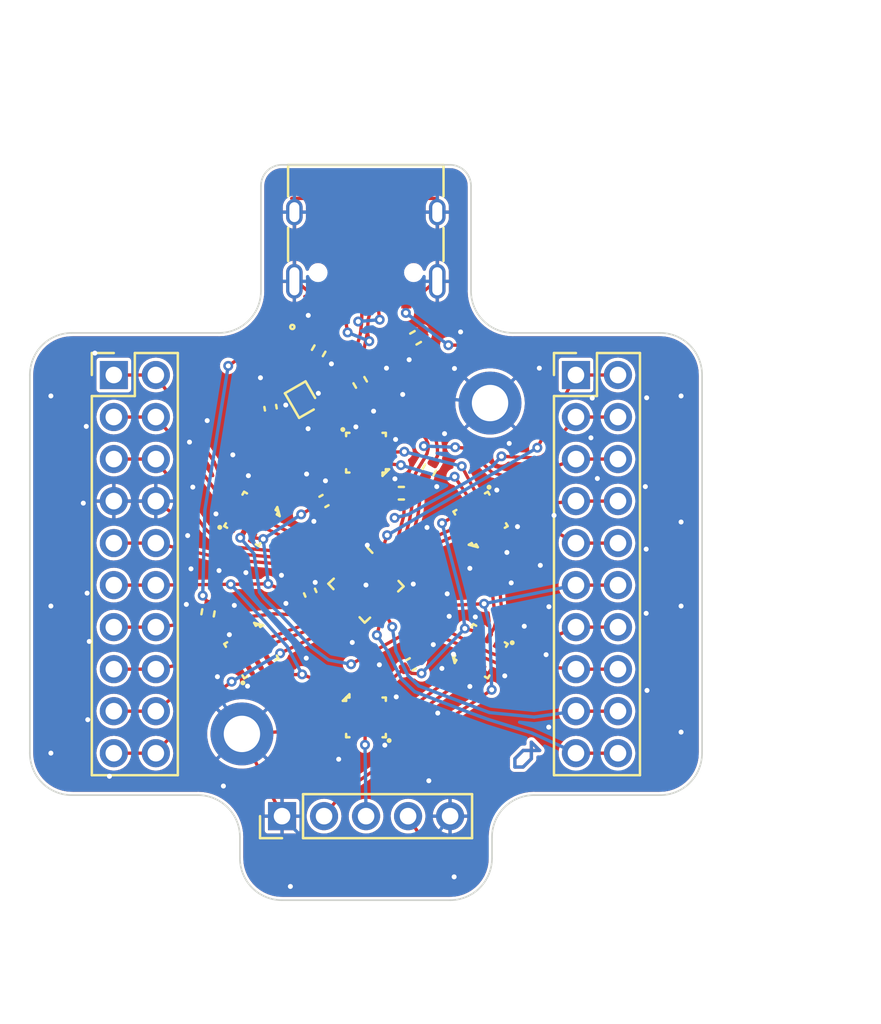
<source format=kicad_pcb>
(kicad_pcb (version 20211014) (generator pcbnew)
  (layers (0 "F.Cu" signal) (31 "B.Cu" signal) (34 "B.Paste" user) (35 "F.Paste" user) (36 "B.SilkS" user "B.Silkscreen") (37 "F.SilkS" user "F.Silkscreen") (38 "B.Mask" user) (39 "F.Mask" user) (44 "Edge.Cuts" user))
  (net 0 "")
  (net 1 "VCC")
  (net 2 "GND")
  (net 3 "PD7NRST")
  (net 4 "PA1")
  (net 5 "PA2")
  (net 6 "PD0")
  (net 7 "PC0")
  (net 8 "PC1")
  (net 9 "PC2")
  (net 10 "PC3")
  (net 11 "SWIO")
  (net 12 "PC4")
  (net 13 "PC5")
  (net 14 "PC6")
  (net 15 "PC7")
  (net 16 "PD2")
  (net 17 "PD6")
  (net 18 "Net-(D1-Pad4)")
  (net 19 "Net-(D1-Pad5)")
  (net 20 "Net-(D2-Pad4)")
  (net 21 "Net-(D2-Pad5)")
  (net 22 "Net-(D3-Pad4)")
  (net 23 "Net-(D3-Pad5)")
  (net 24 "Net-(D4-Pad4)")
  (net 25 "Net-(D4-Pad5)")
  (net 26 "Net-(D5-Pad4)")
  (net 27 "Net-(D5-Pad5)")
  (net 30 "D+")
  (net 31 "D-")
  (net 32 "DPU")
  (net 33 "Net-(J4-PadA7)")
  (net 34 "Net-(J4-PadA6)")
  (net 35 "Net-(J4-PadB5)")
  (net 36 "Net-(J4-PadA5)")
  (net 39 "+5V")
  (net 40 "Net-(D7-Pad2)")
  (footprint "WS2816-2121:WS2816-2121" (layer "F.Cu") (at 93.071804 96.000012 60)
    (fp_text reference "D1" hide)
    (fp_text value "WS2816C-2121" hide)
  )
  (footprint "Resistor_SMD:R_0402_1005Metric" (layer "F.Cu") (at 90.45 101.68 -100)
    (fp_text reference "R6")
    (fp_text value "1.5k" hide)
  )
  (footprint "Resistor_SMD:R_0402_1005Metric" (layer "F.Cu") (at 103.825 93.038327 -120)
    (fp_text reference "R2")
    (fp_text value "NP" hide)
  )
  (footprint "MountingHole:MountingHole_2.2mm_M2_DIN965_Pad" (layer "F.Cu") (at 92.5 109)
    (fp_text reference "J6" hide)
    (fp_text value "HOLE" hide)
  )
  (footprint "Capacitor_SMD:C_0402_1005Metric" (layer "F.Cu") (at 97.46 94.92 30)
    (fp_text reference "C3" hide)
    (fp_text value "1u")
  )
  (footprint "Resistor_SMD:R_0402_1005Metric" (layer "F.Cu") (at 99.65 87.75 -60)
    (fp_text reference "R1" hide)
    (fp_text value "NP")
  )
  (footprint "Resistor_SMD:R_0402_1005Metric" (layer "F.Cu") (at 102.14 94.45 180)
    (fp_text reference "R5")
    (fp_text value "NP" hide)
  )
  (footprint "Connector_PinHeader_2.54mm:PinHeader_2x10_P2.54mm_Vertical" (layer "F.Cu") (at 84.755 87.305)
    (fp_text reference "J1" hide)
    (fp_text value "~")
  )
  (footprint "WS2816-2121:WS2816-2121" (layer "F.Cu") (at 100.000003 108.000006 180)
    (fp_text reference "D5" hide)
    (fp_text value "WS2816C-2121" hide)
  )
  (footprint "Connector_PinHeader_2.54mm:PinHeader_1x05_P2.54mm_Vertical" (layer "F.Cu") (at 94.925 113.97 90)
    (fp_text reference "J2" hide)
    (fp_text value "PGM" hide)
  )
  (footprint "Capacitor_SMD:C_0402_1005Metric" (layer "F.Cu") (at 94.23 89.28 -80)
    (fp_text reference "C4")
    (fp_text value "1u" hide)
  )
  (footprint "Package_DFN_QFN:QFN-20-1EP_3x3mm_P0.4mm_EP1.65x1.65mm" (layer "F.Cu") (at 100 100 -47)
    (fp_text reference "U1")
    (fp_text value "CH32V003F4U6" hide)
  )
  (footprint "Capacitor_SMD:C_0402_1005Metric" (layer "F.Cu") (at 96.627551 100.461842 113)
    (fp_text reference "C1" hide)
    (fp_text value "1u" hide)
  )
  (footprint "MountingHole:MountingHole_2.2mm_M2_DIN965_Pad" (layer "F.Cu") (at 107.5 89)
    (fp_text reference "J5" hide)
    (fp_text value "HOLE" hide)
  )
  (footprint "WS2816-2121:WS2816-2121" (layer "F.Cu") (at 100.000007 92.000012)
    (fp_text reference "D2" hide)
    (fp_text value "WS2816C-2121" hide)
  )
  (footprint "WS2816-2121:WS2816-2121" (layer "F.Cu") (at 106.928203 96 -60)
    (fp_text reference "D3" hide)
    (fp_text value "WS2816C-2121" hide)
  )
  (footprint "Capacitor_SMD:C_0402_1005Metric" (layer "F.Cu") (at 102.734308 104.79 30)
    (fp_text reference "C2")
    (fp_text value "1u" hide)
  )
  (footprint "LED_SMD:LED_0402_1005Metric" (layer "F.Cu") (at 94.56 84.86 -155)
    (fp_text reference "D7")
    (fp_text value "LED")
  )
  (footprint "Package_DFN_QFN:OnSemi_XDFN4-1EP_1.0x1.0mm_EP0.52x0.52mm" (layer "F.Cu") (at 96.152243 88.793013 -150)
    (fp_text reference "U2")
    (fp_text value "3.3vReg" hide)
  )
  (footprint "Resistor_SMD:R_0402_1005Metric" (layer "F.Cu") (at 97.14 85.84 -120)
    (fp_text reference "R3")
    (fp_text value "5.1k" hide)
  )
  (footprint "Connector_USB:USB_C_Receptacle_HRO_TYPE-C-31-M-12" (layer "F.Cu") (at 99.99 78.51 180)
    (fp_text reference "J4" hide)
    (fp_text value "USB_C_Receptacle_USB2.0" hide)
  )
  (footprint "Resistor_SMD:R_0402_1005Metric" (layer "F.Cu") (at 102.998327 85.055 30)
    (fp_text reference "R4")
    (fp_text value "5.1k" hide)
  )
  (footprint "Connector_PinHeader_2.54mm:PinHeader_2x10_P2.54mm_Vertical" (layer "F.Cu") (at 112.695 87.305)
    (fp_text reference "J3" hide)
    (fp_text value "~")
  )
  (footprint "WS2816-2121:WS2816-2121" (layer "F.Cu") (at 106.928202 103.999997 -120)
    (fp_text reference "D4" hide)
    (fp_text value "WS2816C-2121" hide)
  )
  (footprint "WS2816-2121:WS2816-2121" (layer "F.Cu") (at 93.071797 104 120)
    (fp_text reference "D6" hide)
    (fp_text value "WS2816C-2121" hide)
  )
  (gr_line (start 109 111) (end 109 110.5) (layer "F.Cu") (width 0.2))
  (gr_line (start 110 109.5) (end 110 110.5) (layer "F.Cu") (width 0.2))
  (gr_line (start 110.5 110) (end 110 109.5) (layer "F.Cu") (width 0.2))
  (gr_line (start 109 110.5) (end 109.5 110) (layer "F.Cu") (width 0.2))
  (gr_line (start 109.5 110) (end 110.5 110) (layer "F.Cu") (width 0.2))
  (gr_line (start 109.5 111) (end 109 111) (layer "F.Cu") (width 0.2))
  (gr_line (start 109.5 111) (end 110 110.5) (layer "F.Cu") (width 0.2))
  (gr_line (start 110 110.5) (end 109.5 111) (layer "B.Cu") (width 0.2))
  (gr_line (start 109 110.5) (end 109.5 110) (layer "B.Cu") (width 0.2))
  (gr_line (start 110.5 110) (end 110 109.5) (layer "B.Cu") (width 0.2))
  (gr_line (start 109 111) (end 109 110.5) (layer "B.Cu") (width 0.2))
  (gr_line (start 110 109.5) (end 110 110.5) (layer "B.Cu") (width 0.2))
  (gr_line (start 109.5 110) (end 110.5 110) (layer "B.Cu") (width 0.2))
  (gr_line (start 109.5 111) (end 109 111) (layer "B.Cu") (width 0.2))
  (gr_arc (start 117.78 84.76) (mid 119.576051 85.503949) (end 120.32 87.3) (layer "Edge.Cuts") (width 0.1))
  (gr_line (start 91.11 84.76) (end 82.22 84.76) (layer "Edge.Cuts") (width 0.1))
  (gr_arc (start 79.68 87.3) (mid 80.423949 85.503949) (end 82.22 84.76) (layer "Edge.Cuts") (width 0.1))
  (gr_line (start 105.08 74.6) (end 94.92 74.6) (layer "Edge.Cuts") (width 0.1))
  (gr_arc (start 105.08 74.6) (mid 105.978026 74.971974) (end 106.35 75.87) (layer "Edge.Cuts") (width 0.1))
  (gr_arc (start 108.89 84.76) (mid 107.093948 84.016051) (end 106.35 82.219999) (layer "Edge.Cuts") (width 0.1))
  (gr_line (start 92.38 115.24) (end 92.38 116.51) (layer "Edge.Cuts") (width 0.1))
  (gr_line (start 120.32 87.3) (end 120.32 110.16) (layer "Edge.Cuts") (width 0.1))
  (gr_arc (start 107.62 116.51) (mid 106.876051 118.306051) (end 105.08 119.05) (layer "Edge.Cuts") (width 0.1))
  (gr_arc (start 82.22 112.7) (mid 80.423949 111.956051) (end 79.68 110.16) (layer "Edge.Cuts") (width 0.1))
  (gr_line (start 89.84 112.7) (end 82.22 112.7) (layer "Edge.Cuts") (width 0.1))
  (gr_line (start 79.68 110.16) (end 79.68 87.3) (layer "Edge.Cuts") (width 0.1))
  (gr_line (start 106.35 82.219999) (end 106.35 75.87) (layer "Edge.Cuts") (width 0.1))
  (gr_arc (start 93.65 75.87) (mid 94.021974 74.971974) (end 94.92 74.6) (layer "Edge.Cuts") (width 0.1))
  (gr_line (start 117.78 84.76) (end 108.89 84.76) (layer "Edge.Cuts") (width 0.1))
  (gr_line (start 107.62 115.24) (end 107.62 116.51) (layer "Edge.Cuts") (width 0.1))
  (gr_line (start 105.08 119.05) (end 94.92 119.05) (layer "Edge.Cuts") (width 0.1))
  (gr_arc (start 93.650001 82.22) (mid 92.906052 84.016052) (end 91.11 84.76) (layer "Edge.Cuts") (width 0.1))
  (gr_arc (start 120.32 110.16) (mid 119.576051 111.956051) (end 117.78 112.7) (layer "Edge.Cuts") (width 0.1))
  (gr_arc (start 94.92 119.05) (mid 93.123949 118.306051) (end 92.38 116.51) (layer "Edge.Cuts") (width 0.1))
  (gr_line (start 93.65 75.87) (end 93.650001 82.22) (layer "Edge.Cuts") (width 0.1))
  (gr_arc (start 107.62 115.24) (mid 108.363949 113.443949) (end 110.16 112.7) (layer "Edge.Cuts") (width 0.1))
  (gr_line (start 110.16 112.7) (end 117.78 112.7) (layer "Edge.Cuts") (width 0.1))
  (gr_arc (start 89.84 112.7) (mid 91.636051 113.443949) (end 92.38 115.24) (layer "Edge.Cuts") (width 0.1))
  (segment (start 100.09 90.28) (end 100.14 90.75) (width 0.2) (layer "F.Cu") (net 1))
  (segment (start 99.97 90.09) (end 100.09 90.28) (width 0.2) (layer "F.Cu") (net 1))
  (segment (start 99.15 106.59) (end 100.15 107.23) (width 0.2) (layer "F.Cu") (net 1))
  (segment (start 95.55 105.42) (end 96.14 105.4) (width 0.2) (layer "F.Cu") (net 1))
  (segment (start 100.08 91.01) (end 100.03 91.8) (width 0.2) (layer "F.Cu") (net 1))
  (segment (start 96.82 93.73) (end 97.044308 95.16) (width 0.2) (layer "F.Cu") (net 1))
  (segment (start 100.94 106.23) (end 101.47 105.77) (width 0.2) (layer "F.Cu") (net 1))
  (segment (start 103.359286 105.339286) (end 103.31 105.37) (width 0.2) (layer "F.Cu") (net 1))
  (segment (start 97.2 100.75) (end 97.39 100.74) (width 0.2) (layer "F.Cu") (net 1))
  (segment (start 94.63 105) (end 95.55 105.42) (width 0.2) (layer "F.Cu") (net 1))
  (segment (start 95.74 100.67) (end 96.815102 100.903684) (width 0.2) (layer "F.Cu") (net 1))
  (segment (start 93.1449 97.133406) (end 93.79 97.22) (width 0.2) (layer "F.Cu") (net 1))
  (segment (start 105.977238 102.627238) (end 106.855106 102.866603) (width 0.2) (layer "F.Cu") (net 1))
  (segment (start 97.63 92.98) (end 97.05 93.29) (width 0.2) (layer "F.Cu") (net 1))
  (segment (start 96.082527 95.732527) (end 97.044308 95.16) (width 0.2) (layer "F.Cu") (net 1))
  (segment (start 94.089893 104.503394) (end 94.31 104.71) (width 0.2) (layer "F.Cu") (net 1))
  (segment (start 104.6 96.26) (end 105.910107 95.496606) (width 0.2) (layer "F.Cu") (net 1))
  (segment (start 99.92 92.5) (end 99.71 92.64) (width 0.2) (layer "F.Cu") (net 1))
  (segment (start 96.815102 100.903684) (end 97.2 100.75) (width 0.2) (layer "F.Cu") (net 1))
  (segment (start 94.09 99.93) (end 95.74 100.67) (width 0.2) (layer "F.Cu") (net 1))
  (segment (start 100.57 107.34) (end 100.945003 107.370006) (width 0.2) (layer "F.Cu") (net 1))
  (segment (start 96.676201 89.050535) (end 99.3 89.73) (width 0.2) (layer "F.Cu") (net 1))
  (segment (start 97.69 100.83) (end 97.89 100.83) (width 0.2) (layer "F.Cu") (net 1))
  (segment (start 91.528296 99.958296) (end 94.09 99.93) (width 0.2) (layer "F.Cu") (net 1))
  (segment (start 96.14 105.4) (end 99.15 106.59) (width 0.2) (layer "F.Cu") (net 1))
  (segment (start 97.05 93.29) (end 96.82 93.73) (width 0.2) (layer "F.Cu") (net 1))
  (segment (start 91.825018 99.955018) (end 91.528296 99.958296) (width 0.2) (layer "F.Cu") (net 1))
  (segment (start 100.14 90.75) (end 100.08 91.01) (width 0.2) (layer "F.Cu") (net 1))
  (segment (start 101.47 105.77) (end 102.318616 105.03) (width 0.2) (layer "F.Cu") (net 1))
  (segment (start 99.94 109.66) (end 99.96 108.42) (width 0.2) (layer "F.Cu") (net 1))
  (segment (start 100.03 91.8) (end 99.92 92.5) (width 0.2) (layer "F.Cu") (net 1))
  (segment (start 87.3 100.005) (end 91.528296 99.958296) (width 0.2) (layer "F.Cu") (net 1))
  (segment (start 102.76 105.34) (end 102.318616 105.03) (width 0.2) (layer "F.Cu") (net 1))
  (segment (start 99.055007 92.630012) (end 97.63 92.98) (width 0.2) (layer "F.Cu") (net 1))
  (segment (start 100.387736 107.292264) (end 100.94 106.23) (width 0.2) (layer "F.Cu") (net 1))
  (segment (start 94.31 104.71) (end 94.63 105) (width 0.2) (layer "F.Cu") (net 1))
  (segment (start 99.71 92.64) (end 99.055007 92.630012) (width 0.2) (layer "F.Cu") (net 1))
  (segment (start 100.316415 107.273585) (end 100.387736 107.292264) (width 0.2) (layer "F.Cu") (net 1))
  (segment (start 100.15 107.23) (end 100.316415 107.273585) (width 0.2) (layer "F.Cu") (net 1))
  (segment (start 103.31 105.37) (end 102.76 105.34) (width 0.2) (layer "F.Cu") (net 1))
  (segment (start 97.54 100.82) (end 97.69 100.83) (width 0.2) (layer "F.Cu") (net 1))
  (segment (start 100.387736 107.292264) (end 100.57 107.34) (width 0.2) (layer "F.Cu") (net 1))
  (segment (start 84.755 100.005) (end 87.295 100.005) (width 0.2) (layer "F.Cu") (net 1))
  (segment (start 97.89 100.83) (end 98.393938 100.403815) (width 0.2) (layer "F.Cu") (net 1))
  (segment (start 99.3 89.73) (end 99.97 90.09) (width 0.2) (layer "F.Cu") (net 1))
  (segment (start 100.2 107.6) (end 100.316415 107.273585) (width 0.2) (layer "F.Cu") (net 1))
  (segment (start 97.39 100.74) (end 97.54 100.82) (width 0.2) (layer "F.Cu") (net 1))
  (segment (start 99.96 108.42) (end 100.2 107.6) (width 0.2) (layer "F.Cu") (net 1))
  (via (at 103.359286 105.339286) (size 0.6) (drill 0.3) (layers "F.Cu" "B.Cu") (net 1))
  (via (at 96.082527 95.732527) (size 0.6) (drill 0.3) (layers "F.Cu" "B.Cu") (net 1))
  (via (at 104.6 96.26) (size 0.6) (drill 0.3) (layers "F.Cu" "B.Cu") (net 1))
  (via (at 99.94 109.66) (size 0.6) (drill 0.3) (layers "F.Cu" "B.Cu") (net 1))
  (via (at 94.09 99.93) (size 0.6) (drill 0.3) (layers "F.Cu" "B.Cu") (net 1))
  (via (at 105.977238 102.627238) (size 0.6) (drill 0.3) (layers "F.Cu" "B.Cu") (net 1))
  (via (at 96.14 105.4) (size 0.6) (drill 0.3) (layers "F.Cu" "B.Cu") (net 1))
  (via (at 91.825018 99.955018) (size 0.6) (drill 0.3) (layers "F.Cu" "B.Cu") (net 1))
  (via (at 93.79 97.22) (size 0.6) (drill 0.3) (layers "F.Cu" "B.Cu") (net 1))
  (segment (start 93.79 97.22) (end 94.09 99.93) (width 0.2) (layer "B.Cu") (net 1))
  (segment (start 93.79 97.22) (end 96.082527 95.732527) (width 0.2) (layer "B.Cu") (net 1))
  (segment (start 93.84 102.15) (end 95.23 103.71) (width 0.2) (layer "B.Cu") (net 1))
  (segment (start 105.78 100.81) (end 104.6 96.26) (width 0.2) (layer "B.Cu") (net 1))
  (segment (start 91.825018 99.955018) (end 93.84 102.15) (width 0.2) (layer "B.Cu") (net 1))
  (segment (start 103.359286 105.339286) (end 105.977238 102.627238) (width 0.2) (layer "B.Cu") (net 1))
  (segment (start 100.005 113.97) (end 99.94 109.66) (width 0.2) (layer "B.Cu") (net 1))
  (segment (start 95.23 103.71) (end 96.14 105.4) (width 0.2) (layer "B.Cu") (net 1))
  (segment (start 105.977238 102.627238) (end 105.78 100.81) (width 0.2) (layer "B.Cu") (net 1))
  (segment (start 89.77 96.74) (end 87.3 94.925) (width 0.2) (layer "F.Cu") (net 2))
  (segment (start 103.25 83.69) (end 103.44 84.8) (width 0.2) (layer "F.Cu") (net 2))
  (segment (start 99.055003 108.630006) (end 92.5 109) (width 0.2) (layer "F.Cu") (net 2))
  (segment (start 92.22 98.11) (end 91.35 97.95) (width 0.2) (layer "F.Cu") (net 2))
  (segment (start 98.718561 99.212336) (end 99.11 99.61) (width 0.2) (layer "F.Cu") (net 2))
  (segment (start 103.15 104.55) (end 104.07 103.6) (width 0.2) (layer "F.Cu") (net 2))
  (segment (start 99.11 99.61) (end 100 100) (width 0.2) (layer "F.Cu") (net 2))
  (segment (start 97.55 93.7) (end 97.875692 94.68) (width 0.2) (layer "F.Cu") (net 2))
  (segment (start 107.001298 105.133391) (end 106.28 106.13) (width 0.2) (layer "F.Cu") (net 2))
  (segment (start 95.68 81.54) (end 96.75 82.455) (width 0.2) (layer "F.Cu") (net 2))
  (segment (start 98.718561 99.212336) (end 98.36 98.83) (width 0.2) (layer "F.Cu") (net 2))
  (segment (start 102.61 86.38) (end 103.4 86.07) (width 0.2) (layer "F.Cu") (net 2))
  (segment (start 92.89 93.39) (end 92.998708 94.866618) (width 0.2) (layer "F.Cu") (net 2))
  (segment (start 84.755 94.925) (end 87.295 94.925) (width 0.2) (layer "F.Cu") (net 2))
  (segment (start 96.5 90.55) (end 96.02 89.47) (width 0.2) (layer "F.Cu") (net 2))
  (segment (start 95.77 98.44) (end 92.22 98.11) (width 0.2) (layer "F.Cu") (net 2))
  (segment (start 98.13 98.68) (end 97.83 98.62) (width 0.2) (layer "F.Cu") (net 2))
  (segment (start 94.313351 89.752708) (end 96.113285 89.375535) (width 0.2) (layer "F.Cu") (net 2))
  (segment (start 90.66 97.57) (end 89.77 96.74) (width 0.2) (layer "F.Cu") (net 2))
  (segment (start 92.053701 103.496606) (end 91.74 103) (width 0.2) (layer "F.Cu") (net 2))
  (segment (start 90.93 95.7) (end 92.053708 96.503406) (width 0.2) (layer "F.Cu") (net 2))
  (segment (start 103.25 82.455) (end 103.25 83.69) (width 0.2) (layer "F.Cu") (net 2))
  (segment (start 91.35 97.95) (end 90.66 97.57) (width 0.2) (layer "F.Cu") (net 2))
  (segment (start 96.113285 89.375535) (end 96.152243 88.793013) (width 0.2) (layer "F.Cu") (net 2))
  (segment (start 104.15 76.63) (end 95.51 76.63) (width 0.2) (layer "F.Cu") (net 2))
  (segment (start 94.925 113.97) (end 92.5 109) (width 0.2) (layer "F.Cu") (net 2))
  (segment (start 97.83 98.62) (end 95.77 98.44) (width 0.2) (layer "F.Cu") (net 2))
  (segment (start 108.37 97.2) (end 108.52 98.03) (width 0.2) (layer "F.Cu") (net 2))
  (segment (start 105.29 104.18) (end 104.07 103.6) (width 0.2) (layer "F.Cu") (net 2))
  (segment (start 106.28 98.99) (end 102.86 99.94) (width 0.2) (layer "F.Cu") (net 2))
  (segment (start 95.68 77.36) (end 95.68 81.54) (width 0.2) (layer "F.Cu") (net 2))
  (segment (start 104.32 81.54) (end 104.32 77.36) (width 0.2) (layer "F.Cu") (net 2))
  (segment (start 103.4 86.07) (end 103.44 84.8) (width 0.2) (layer "F.Cu") (net 2))
  (segment (start 96.02 89.47) (end 96.113285 89.375535) (width 0.2) (layer "F.Cu") (net 2))
  (segment (start 100.945007 91.370012) (end 101.79 91.2) (width 0.2) (layer "F.Cu") (net 2))
  (segment (start 98.36 98.83) (end 98.13 98.68) (width 0.2) (layer "F.Cu") (net 2))
  (segment (start 107.946299 96.503394) (end 108.37 97.2) (width 0.2) (layer "F.Cu") (net 2))
  (segment (start 103.25 82.455) (end 104.32 81.54) (width 0.2) (layer "F.Cu") (net 2))
  (segment (start 96.44 100.02) (end 96.93 99.84) (width 0.2) (layer "F.Cu") (net 2))
  (via (at 95.16 101.11) (size 0.6) (drill 0.3) (layers "F.Cu" "B.Cu") (net 2))
  (via (at 100.08 97.59) (size 0.6) (drill 0.3) (layers "F.Cu" "B.Cu") (net 2))
  (via (at 89.33 91.36) (size 0.6) (drill 0.3) (layers "F.Cu" "B.Cu") (net 2))
  (via (at 106.28 98.99) (size 0.6) (drill 0.3) (layers "F.Cu" "B.Cu") (net 2))
  (via (at 104.75 90.85) (size 0.6) (drill 0.3) (layers "F.Cu" "B.Cu") (net 2))
  (via (at 105.33 117.64) (size 0.6) (drill 0.3) (layers "F.Cu" "B.Cu") (net 2))
  (via (at 110.54 98.81) (size 0.6) (drill 0.3) (layers "F.Cu" "B.Cu") (net 2))
  (via (at 116.94 97.83) (size 0.6) (drill 0.3) (layers "F.Cu" "B.Cu") (net 2))
  (via (at 101.14 109.68) (size 0.6) (drill 0.3) (layers "F.Cu" "B.Cu") (net 2))
  (via (at 99.39 90.44) (size 0.6) (drill 0.3) (layers "F.Cu" "B.Cu") (net 2))
  (via (at 93.62 87.47) (size 0.6) (drill 0.3) (layers "F.Cu" "B.Cu") (net 2))
  (via (at 101.75 93.58) (size 0.6) (drill 0.3) (layers "F.Cu" "B.Cu") (net 2))
  (via (at 80.95 88.57) (size 0.6) (drill 0.3) (layers "F.Cu" "B.Cu") (net 2))
  (via (at 116.97 88.68) (size 0.6) (drill 0.3) (layers "F.Cu" "B.Cu") (net 2))
  (via (at 96.51 83.7) (size 0.6) (drill 0.3) (layers "F.Cu" "B.Cu") (net 2))
  (via (at 119.05 101.27) (size 0.6) (drill 0.3) (layers "F.Cu" "B.Cu") (net 2))
  (via (at 101.24 86.89) (size 0.6) (drill 0.3) (layers "F.Cu" "B.Cu") (net 2))
  (via (at 101.83 106.76) (size 0.6) (drill 0.3) (layers "F.Cu" "B.Cu") (net 2))
  (via (at 95.15 89.12) (size 0.6) (drill 0.3) (layers "F.Cu" "B.Cu") (net 2))
  (via (at 116.94 101.71) (size 0.6) (drill 0.3) (layers "F.Cu" "B.Cu") (net 2))
  (via (at 90.93 95.7) (size 0.6) (drill 0.3) (layers "F.Cu" "B.Cu") (net 2))
  (via (at 111.05 108.59) (size 0.6) (drill 0.3) (layers "F.Cu" "B.Cu") (net 2))
  (via (at 89.14 101.17) (size 0.6) (drill 0.3) (layers "F.Cu" "B.Cu") (net 2))
  (via (at 111.37 95.79) (size 0.6) (drill 0.3) (layers "F.Cu" "B.Cu") (net 2))
  (via (at 119.05 96.19) (size 0.6) (drill 0.3) (layers "F.Cu" "B.Cu") (net 2))
  (via (at 90.4 90.06) (size 0.6) (drill 0.3) (layers "F.Cu" "B.Cu") (net 2))
  (via (at 83.27 103.41) (size 0.6) (drill 0.3) (layers "F.Cu" "B.Cu") (net 2))
  (via (at 119.05 88.57) (size 0.6) (drill 0.3) (layers "F.Cu" "B.Cu") (net 2))
  (via (at 113.68 88.7) (size 0.6) (drill 0.3) (layers "F.Cu" "B.Cu") (net 2))
  (via (at 91.018784 105.541216) (size 0.6) (drill 0.3) (layers "F.Cu" "B.Cu") (net 2))
  (via (at 116.89 94.05) (size 0.6) (drill 0.3) (layers "F.Cu" "B.Cu") (net 2))
  (via (at 92.04 101.23) (size 0.6) (drill 0.3) (layers "F.Cu" "B.Cu") (net 2))
  (via (at 89.42 99.02) (size 0.6) (drill 0.3) (layers "F.Cu" "B.Cu") (net 2))
  (via (at 104.91 100.53) (size 0.6) (drill 0.3) (layers "F.Cu" "B.Cu") (net 2))
  (via (at 109.16 96.47) (size 0.6) (drill 0.3) (layers "F.Cu" "B.Cu") (net 2))
  (via (at 91.115304 99.124696) (size 0.6) (drill 0.3) (layers "F.Cu" "B.Cu") (net 2))
  (via (at 116.99 106.37) (size 0.6) (drill 0.3) (layers "F.Cu" "B.Cu") (net 2))
  (via (at 83.09 90.41) (size 0.6) (drill 0.3) (layers "F.Cu" "B.Cu") (net 2))
  (via (at 102.86 99.94) (size 0.6) (drill 0.3) (layers "F.Cu" "B.Cu") (net 2))
  (via (at 119.05 108.89) (size 0.6) (drill 0.3) (layers "F.Cu" "B.Cu") (net 2))
  (via (at 96.85 96.15) (size 0.6) (drill 0.3) (layers "F.Cu" "B.Cu") (net 2))
  (via (at 101.79 91.2) (size 0.6) (drill 0.3) (layers "F.Cu" "B.Cu") (net 2))
  (via (at 82.91 95.05) (size 0.6) (drill 0.3) (layers "F.Cu" "B.Cu") (net 2))
  (via (at 113.99 93.56) (size 0.6) (drill 0.3) (layers "F.Cu" "B.Cu") (net 2))
  (via (at 96.41 93.29) (size 0.6) (drill 0.3) (layers "F.Cu" "B.Cu") (net 2))
  (via (at 96.39 104.42) (size 0.6) (drill 0.3) (layers "F.Cu" "B.Cu") (net 2))
  (via (at 89.53 94.08) (size 0.6) (drill 0.3) (layers "F.Cu" "B.Cu") (net 2))
  (via (at 98.35 110.53) (size 0.6) (drill 0.3) (layers "F.Cu" "B.Cu") (net 2))
  (via (at 111.06 101.31) (size 0.6) (drill 0.3) (layers "F.Cu" "B.Cu") (net 2))
  (via (at 104.07 103.6) (size 0.6) (drill 0.3) (layers "F.Cu" "B.Cu") (net 2))
  (via (at 89.22 97.01) (size 0.6) (drill 0.3) (layers "F.Cu" "B.Cu") (net 2))
  (via (at 103.69 96.52) (size 0.6) (drill 0.3) (layers "F.Cu" "B.Cu") (net 2))
  (via (at 105.03 101.89) (size 0.6) (drill 0.3) (layers "F.Cu" "B.Cu") (net 2))
  (via (at 80.95 110.16) (size 0.6) (drill 0.3) (layers "F.Cu" "B.Cu") (net 2))
  (via (at 105.35 86.91) (size 0.6) (drill 0.3) (layers "F.Cu" "B.Cu") (net 2))
  (via (at 104.34 107.74) (size 0.6) (drill 0.3) (layers "F.Cu" "B.Cu") (net 2))
  (via (at 103.8 111.83) (size 0.6) (drill 0.3) (layers "F.Cu" "B.Cu") (net 2))
  (via (at 110.48 86.89) (size 0.6) (drill 0.3) (layers "F.Cu" "B.Cu") (net 2))
  (via (at 83.18 108.14) (size 0.6) (drill 0.3) (layers "F.Cu" "B.Cu") (net 2))
  (via (at 113.6 91.1) (size 0.6) (drill 0.3) (layers "F.Cu" "B.Cu") (net 2))
  (via (at 102.61 86.38) (size 0.6) (drill 0.3) (layers "F.Cu" "B.Cu") (net 2))
  (via (at 83.61 85.98) (size 0.6) (drill 0.3) (layers "F.Cu" "B.Cu") (net 2))
  (via (at 105.29 104.18) (size 0.6) (drill 0.3) (layers "F.Cu" "B.Cu") (net 2))
  (via (at 104.28 94.05) (size 0.6) (drill 0.3) (layers "F.Cu" "B.Cu") (net 2))
  (via (at 96.5 90.55) (size 0.6) (drill 0.3) (layers "F.Cu" "B.Cu") (net 2))
  (via (at 95.43 118.22) (size 0.6) (drill 0.3) (layers "F.Cu" "B.Cu") (net 2))
  (via (at 110.89 104.21) (size 0.6) (drill 0.3) (layers "F.Cu" "B.Cu") (net 2))
  (via (at 108.52 98.03) (size 0.6) (drill 0.3) (layers "F.Cu" "B.Cu") (net 2))
  (via (at 108.78 99.87) (size 0.6) (drill 0.3) (layers "F.Cu" "B.Cu") (net 2))
  (via (at 91.95 92.13) (size 0.6) (drill 0.3) (layers "F.Cu" "B.Cu") (net 2))
  (via (at 106.28 106.13) (size 0.6) (drill 0.3) (layers "F.Cu" "B.Cu") (net 2))
  (via (at 108.66 91.44) (size 0.6) (drill 0.3) (layers "F.Cu" "B.Cu") (net 2))
  (via (at 102.22 88.48) (size 0.6) (drill 0.3) (layers "F.Cu" "B.Cu") (net 2))
  (via (at 92.84 106.11) (size 0.6) (drill 0.3) (layers "F.Cu" "B.Cu") (net 2))
  (via (at 100 100) (size 0.6) (drill 0.3) (layers "F.Cu" "B.Cu") (net 2))
  (via (at 94.89 99.41) (size 0.6) (drill 0.3) (layers "F.Cu" "B.Cu") (net 2))
  (via (at 107.91 94.26) (size 0.6) (drill 0.3) (layers "F.Cu" "B.Cu") (net 2))
  (via (at 83.14 100.49) (size 0.6) (drill 0.3) (layers "F.Cu" "B.Cu") (net 2))
  (via (at 84.49 111.56) (size 0.6) (drill 0.3) (layers "F.Cu" "B.Cu") (net 2))
  (via (at 109.57 102.49) (size 0.6) (drill 0.3) (layers "F.Cu" "B.Cu") (net 2))
  (via (at 97.55 93.7) (size 0.6) (drill 0.3) (layers "F.Cu" "B.Cu") (net 2))
  (via (at 99.17 103.47) (size 0.6) (drill 0.3) (layers "F.Cu" "B.Cu") (net 2))
  (via (at 108.39 105.49) (size 0.6) (drill 0.3) (layers "F.Cu" "B.Cu") (net 2))
  (via (at 100.46 89.49) (size 0.6) (drill 0.3) (layers "F.Cu" "B.Cu") (net 2))
  (via (at 91.38 112.15) (size 0.6) (drill 0.3) (layers "F.Cu" "B.Cu") (net 2))
  (via (at 97.91 86.63) (size 0.6) (drill 0.3) (layers "F.Cu" "B.Cu") (net 2))
  (via (at 92.89 93.39) (size 0.6) (drill 0.3) (layers "F.Cu" "B.Cu") (net 2))
  (via (at 96.93 99.84) (size 0.6) (drill 0.3) (layers "F.Cu" "B.Cu") (net 2))
  (via (at 106.61 101.93) (size 0.6) (drill 0.3) (layers "F.Cu" "B.Cu") (net 2))
  (via (at 91.74 103) (size 0.6) (drill 0.3) (layers "F.Cu" "B.Cu") (net 2))
  (via (at 105.72 84.7) (size 0.6) (drill 0.3) (layers "F.Cu" "B.Cu") (net 2))
  (via (at 92.74 99.25) (size 0.6) (drill 0.3) (layers "F.Cu" "B.Cu") (net 2))
  (via (at 80.95 101.27) (size 0.6) (drill 0.3) (layers "F.Cu" "B.Cu") (net 2))
  (via (at 97.12 88.41) (size 0.6) (drill 0.3) (layers "F.Cu" "B.Cu") (net 2))
  (via (at 100.81 104.82) (size 0.6) (drill 0.3) (layers "F.Cu" "B.Cu") (net 2))
  (via (at 104.59 105.04) (size 0.6) (drill 0.3) (layers "F.Cu" "B.Cu") (net 2))
  (segment (start 94.61 91.96) (end 97.19 91.01) (width 0.2) (layer "B.Cu") (net 2))
  (segment (start 108.52 98.03) (end 106.28 98.99) (width 0.2) (layer "B.Cu") (net 2))
  (segment (start 96.93 99.84) (end 100 100) (width 0.2) (layer "B.Cu") (net 2))
  (segment (start 91.27 106.98) (end 92.5 109) (width 0.2) (layer "B.Cu") (net 2))
  (segment (start 101.59 100.79) (end 100 100) (width 0.2) (layer "B.Cu") (net 2))
  (segment (start 102.86 99.94) (end 100 100) (width 0.2) (layer "B.Cu") (net 2))
  (segment (start 96.68 115.82) (end 94.925 113.97) (width 0.2) (layer "B.Cu") (net 2))
  (segment (start 103.25 101.16) (end 101.59 100.79) (width 0.2) (layer "B.Cu") (net 2))
  (segment (start 102.22 88.48) (end 102.61 86.38) (width 0.2) (layer "B.Cu") (net 2))
  (segment (start 100 100) (end 99.17 103.47) (width 0.2) (layer "B.Cu") (net 2))
  (segment (start 91.74 103) (end 90.83 104.46) (width 0.2) (layer "B.Cu") (net 2))
  (segment (start 105.085 113.97) (end 103.94 115.59) (width 0.2) (layer "B.Cu") (net 2))
  (segment (start 98.45 91.37) (end 98.86 92.61) (width 0.2) (layer "B.Cu") (net 2))
  (segment (start 104.07 103.6) (end 103.96 103.07) (width 0.2) (layer "B.Cu") (net 2))
  (segment (start 90.93 95.7) (end 92.89 93.39) (width 0.2) (layer "B.Cu") (net 2))
  (segment (start 91.115304 99.124696) (end 90.93 95.7) (width 0.2) (layer "B.Cu") (net 2))
  (segment (start 106.28 106.13) (end 105.29 104.18) (width 0.2) (layer "B.Cu") (net 2))
  (segment (start 101.79 91.2) (end 100.77 90.91) (width 0.2) (layer "B.Cu") (net 2))
  (segment (start 91.2 100.69) (end 91.115304 99.124696) (width 0.2) (layer "B.Cu") (net 2))
  (segment (start 100.5 90.29) (end 102.22 88.48) (width 0.2) (layer "B.Cu") (net 2))
  (segment (start 100.77 90.91) (end 100.5 90.29) (width 0.2) (layer "B.Cu") (net 2))
  (segment (start 103.96 103.07) (end 103.98 102.31) (width 0.2) (layer "B.Cu") (net 2))
  (segment (start 91.74 103) (end 91.2 100.69) (width 0.2) (layer "B.Cu") (net 2))
  (segment (start 103.94 115.59) (end 96.68 115.82) (width 0.2) (layer "B.Cu") (net 2))
  (segment (start 97.19 91.01) (end 98.45 91.37) (width 0.2) (layer "B.Cu") (net 2))
  (segment (start 107.5 89) (end 102.22 88.48) (width 0.2) (layer "B.Cu") (net 2))
  (segment (start 98.86 92.61) (end 97.55 93.7) (width 0.2) (layer "B.Cu") (net 2))
  (segment (start 90.83 104.46) (end 91.018784 105.541216) (width 0.2) (layer "B.Cu") (net 2))
  (segment (start 92.89 93.39) (end 94.61 91.96) (width 0.2) (layer "B.Cu") (net 2))
  (segment (start 101.79 91.2) (end 98.86 92.61) (width 0.2) (layer "B.Cu") (net 2))
  (segment (start 91.018784 105.541216) (end 91.27 106.98) (width 0.2) (layer "B.Cu") (net 2))
  (segment (start 103.98 102.31) (end 103.25 101.16) (width 0.2) (layer "B.Cu") (net 2))
  (segment (start 95.49 96.85) (end 93.83 96.08) (width 0.2) (layer "F.Cu") (net 3))
  (segment (start 91.68 94.6) (end 90.83 92.57) (width 0.2) (layer "F.Cu") (net 3))
  (segment (start 87.295 87.305) (end 84.755 87.305) (width 0.2) (layer "F.Cu") (net 3))
  (segment (start 90.83 92.57) (end 87.3 87.305) (width 0.2) (layer "F.Cu") (net 3))
  (segment (start 99.596185 98.393938) (end 98.97 97.8) (width 0.2) (layer "F.Cu") (net 3))
  (segment (start 93.83 96.08) (end 92.22 95.17) (width 0.2) (layer "F.Cu") (net 3))
  (segment (start 97.57 97.38) (end 95.49 96.85) (width 0.2) (layer "F.Cu") (net 3))
  (segment (start 98.32 97.49) (end 97.57 97.38) (width 0.2) (layer "F.Cu") (net 3))
  (segment (start 98.97 97.8) (end 98.32 97.49) (width 0.2) (layer "F.Cu") (net 3))
  (segment (start 92.22 95.17) (end 91.68 94.6) (width 0.2) (layer "F.Cu") (net 3))
  (segment (start 96.12 97.44) (end 97.57 97.8) (width 0.2) (layer "F.Cu") (net 4))
  (segment (start 98.02 97.86) (end 98.46 97.96) (width 0.2) (layer "F.Cu") (net 4))
  (segment (start 98.8 98.15) (end 99.303644 98.666738) (width 0.2) (layer "F.Cu") (net 4))
  (segment (start 84.755 89.845) (end 87.295 89.845) (width 0.2) (layer "F.Cu") (net 4))
  (segment (start 91.79 95.44) (end 92.36 95.81) (width 0.2) (layer "F.Cu") (net 4))
  (segment (start 93.04 96.16) (end 95.15 97.15) (width 0.2) (layer "F.Cu") (net 4))
  (segment (start 98.46 97.96) (end 98.8 98.15) (width 0.2) (layer "F.Cu") (net 4))
  (segment (start 92.36 95.81) (end 93.04 96.16) (width 0.2) (layer "F.Cu") (net 4))
  (segment (start 90.05 93.12) (end 91.34 94.89) (width 0.2) (layer "F.Cu") (net 4))
  (segment (start 87.3 89.845) (end 90.05 93.12) (width 0.2) (layer "F.Cu") (net 4))
  (segment (start 91.34 94.89) (end 91.79 95.44) (width 0.2) (layer "F.Cu") (net 4))
  (segment (start 95.15 97.15) (end 96.12 97.44) (width 0.2) (layer "F.Cu") (net 4))
  (segment (start 97.57 97.8) (end 98.02 97.86) (width 0.2) (layer "F.Cu") (net 4))
  (segment (start 98.63 98.5) (end 98.41 98.36) (width 0.2) (layer "F.Cu") (net 5))
  (segment (start 90.25 96.57) (end 87.3 92.385) (width 0.2) (layer "F.Cu") (net 5))
  (segment (start 87.295 92.385) (end 84.755 92.385) (width 0.2) (layer "F.Cu") (net 5))
  (segment (start 93.01 97.81) (end 92.05 97.69) (width 0.2) (layer "F.Cu") (net 5))
  (segment (start 98.02 98.25) (end 93.01 97.81) (width 0.2) (layer "F.Cu") (net 5))
  (segment (start 99.011102 98.939537) (end 98.63 98.5) (width 0.2) (layer "F.Cu") (net 5))
  (segment (start 92.05 97.69) (end 91.11 97.37) (width 0.2) (layer "F.Cu") (net 5))
  (segment (start 91.11 97.37) (end 90.25 96.57) (width 0.2) (layer "F.Cu") (net 5))
  (segment (start 98.41 98.36) (end 98.02 98.25) (width 0.2) (layer "F.Cu") (net 5))
  (segment (start 94.23 98.68) (end 96.41 98.87) (width 0.2) (layer "F.Cu") (net 6))
  (segment (start 87.3 97.465) (end 91.11 98.34) (width 0.2) (layer "F.Cu") (net 6))
  (segment (start 91.11 98.34) (end 92.21 98.5) (width 0.2) (layer "F.Cu") (net 6))
  (segment (start 97.96 99.06) (end 98.13 99.16) (width 0.2) (layer "F.Cu") (net 6))
  (segment (start 87.295 97.465) (end 84.755 97.465) (width 0.2) (layer "F.Cu") (net 6))
  (segment (start 98.13 99.16) (end 98.426019 99.485136) (width 0.2) (layer "F.Cu") (net 6))
  (segment (start 97.5 98.97) (end 97.96 99.06) (width 0.2) (layer "F.Cu") (net 6))
  (segment (start 92.21 98.5) (end 94.23 98.68) (width 0.2) (layer "F.Cu") (net 6))
  (segment (start 96.41 98.87) (end 97.5 98.97) (width 0.2) (layer "F.Cu") (net 6))
  (segment (start 98.666738 100.696356) (end 98.13 101.16) (width 0.2) (layer "F.Cu") (net 7))
  (segment (start 96.39 101.83) (end 94.44 101.74) (width 0.2) (layer "F.Cu") (net 7))
  (segment (start 97.56 101.52) (end 96.39 101.83) (width 0.2) (layer "F.Cu") (net 7))
  (segment (start 98.13 101.16) (end 97.56 101.52) (width 0.2) (layer "F.Cu") (net 7))
  (segment (start 94.44 101.74) (end 89.173744 102.333744) (width 0.2) (layer "F.Cu") (net 7))
  (segment (start 89.173744 102.333744) (end 87.3 102.545) (width 0.2) (layer "F.Cu") (net 7))
  (segment (start 87.295 102.545) (end 84.755 102.545) (width 0.2) (layer "F.Cu") (net 7))
  (segment (start 98.44 101.45) (end 98.939537 100.988898) (width 0.2) (layer "F.Cu") (net 8))
  (segment (start 93.42 103.48) (end 96.05 102.48) (width 0.2) (layer "F.Cu") (net 8))
  (segment (start 87.3 105.085) (end 91.53 104.3) (width 0.2) (layer "F.Cu") (net 8))
  (segment (start 96.05 102.48) (end 96.78 102.13) (width 0.2) (layer "F.Cu") (net 8))
  (segment (start 96.78 102.13) (end 97.85 101.81) (width 0.2) (layer "F.Cu") (net 8))
  (segment (start 91.53 104.3) (end 92.25 104.15) (width 0.2) (layer "F.Cu") (net 8))
  (segment (start 92.25 104.15) (end 93.42 103.48) (width 0.2) (layer "F.Cu") (net 8))
  (segment (start 84.755 105.085) (end 87.295 105.085) (width 0.2) (layer "F.Cu") (net 8))
  (segment (start 97.85 101.81) (end 98.44 101.45) (width 0.2) (layer "F.Cu") (net 8))
  (segment (start 90.89 104.83) (end 90.25 105.19) (width 0.2) (layer "F.Cu") (net 9))
  (segment (start 96.79 102.62) (end 94.46 103.51) (width 0.2) (layer "F.Cu") (net 9))
  (segment (start 92.38 104.5) (end 91.83 104.63) (width 0.2) (layer "F.Cu") (net 9))
  (segment (start 90.25 105.19) (end 87.3 107.625) (width 0.2) (layer "F.Cu") (net 9))
  (segment (start 93.68 103.81) (end 92.38 104.5) (width 0.2) (layer "F.Cu") (net 9))
  (segment (start 91.83 104.63) (end 90.89 104.83) (width 0.2) (layer "F.Cu") (net 9))
  (segment (start 94.46 103.51) (end 93.68 103.81) (width 0.2) (layer "F.Cu") (net 9))
  (segment (start 98.51 101.95) (end 97.85 102.26) (width 0.2) (layer "F.Cu") (net 9))
  (segment (start 97.85 102.26) (end 96.79 102.62) (width 0.2) (layer "F.Cu") (net 9))
  (segment (start 99.212336 101.281439) (end 98.51 101.95) (width 0.2) (layer "F.Cu") (net 9))
  (segment (start 87.295 107.625) (end 84.755 107.625) (width 0.2) (layer "F.Cu") (net 9))
  (segment (start 89.61 107.56) (end 91.88 105.84) (width 0.2) (layer "F.Cu") (net 10))
  (segment (start 98.8 102.26) (end 99.485136 101.573981) (width 0.2) (layer "F.Cu") (net 10))
  (segment (start 98.24 102.58) (end 98.8 102.26) (width 0.2) (layer "F.Cu") (net 10))
  (segment (start 94.808155 104.128155) (end 96.74 103.19) (width 0.2) (layer "F.Cu") (net 10))
  (segment (start 96.74 103.19) (end 97.45 102.85) (width 0.2) (layer "F.Cu") (net 10))
  (segment (start 97.45 102.85) (end 98.24 102.58) (width 0.2) (layer "F.Cu") (net 10))
  (segment (start 84.755 110.165) (end 87.295 110.165) (width 0.2) (layer "F.Cu") (net 10))
  (segment (start 87.3 110.165) (end 89.61 107.56) (width 0.2) (layer "F.Cu") (net 10))
  (via (at 91.88 105.84) (size 0.6) (drill 0.3) (layers "F.Cu" "B.Cu") (net 10))
  (via (at 94.808155 104.128155) (size 0.6) (drill 0.3) (layers "F.Cu" "B.Cu") (net 10))
  (segment (start 91.88 105.84) (end 94.808155 104.128155) (width 0.2) (layer "B.Cu") (net 10))
  (segment (start 107.6 106.33) (end 98.68 112.44) (width 0.2) (layer "F.Cu") (net 11))
  (segment (start 98.68 112.44) (end 97.465 113.97) (width 0.2) (layer "F.Cu") (net 11))
  (segment (start 102.32 101.12) (end 102.04 101.01) (width 0.2) (layer "F.Cu") (net 11))
  (segment (start 102.04 101.01) (end 101.573981 100.514864) (width 0.2) (layer "F.Cu") (net 11))
  (segment (start 107.14 101.13) (end 103.12 101.33) (width 0.2) (layer "F.Cu") (net 11))
  (segment (start 115.235 100.005) (end 112.695 100.005) (width 0.2) (layer "F.Cu") (net 11))
  (segment (start 103.12 101.33) (end 102.32 101.12) (width 0.2) (layer "F.Cu") (net 11))
  (via (at 107.6 106.33) (size 0.6) (drill 0.3) (layers "F.Cu" "B.Cu") (net 11))
  (via (at 107.14 101.13) (size 0.6) (drill 0.3) (layers "F.Cu" "B.Cu") (net 11))
  (segment (start 107.48 102.47) (end 107.14 101.13) (width 0.2) (layer "B.Cu") (net 11))
  (segment (start 107.14 101.13) (end 112.7 99.995) (width 0.2) (layer "B.Cu") (net 11))
  (segment (start 107.6 106.33) (end 107.48 102.47) (width 0.2) (layer "B.Cu") (net 11))
  (segment (start 100.403815 101.606062) (end 100.77 101.95) (width 0.2) (layer "F.Cu") (net 12))
  (segment (start 100.77 101.95) (end 100.86 102.24) (width 0.2) (layer "F.Cu") (net 12))
  (segment (start 112.695 110.165) (end 115.235 110.165) (width 0.2) (layer "F.Cu") (net 12))
  (segment (start 100.86 102.24) (end 100.66 103.03) (width 0.2) (layer "F.Cu") (net 12))
  (via (at 100.66 103.03) (size 0.6) (drill 0.3) (layers "F.Cu" "B.Cu") (net 12))
  (segment (start 107.41 108.13) (end 110.02 108.94) (width 0.2) (layer "B.Cu") (net 12))
  (segment (start 106.26 107.71) (end 107.41 108.13) (width 0.2) (layer "B.Cu") (net 12))
  (segment (start 102.14 105.68) (end 102.95 106.45) (width 0.2) (layer "B.Cu") (net 12))
  (segment (start 110.02 108.94) (end 112.7 110.155) (width 0.2) (layer "B.Cu") (net 12))
  (segment (start 101.32 104.03) (end 102.14 105.68) (width 0.2) (layer "B.Cu") (net 12))
  (segment (start 100.66 103.03) (end 101.32 104.03) (width 0.2) (layer "B.Cu") (net 12))
  (segment (start 102.95 106.45) (end 106.26 107.71) (width 0.2) (layer "B.Cu") (net 12))
  (segment (start 101.59 102.53) (end 101.29 101.93) (width 0.2) (layer "F.Cu") (net 13))
  (segment (start 115.235 107.625) (end 112.695 107.625) (width 0.2) (layer "F.Cu") (net 13))
  (segment (start 101.29 101.93) (end 100.696356 101.333262) (width 0.2) (layer "F.Cu") (net 13))
  (via (at 101.59 102.53) (size 0.6) (drill 0.3) (layers "F.Cu" "B.Cu") (net 13))
  (segment (start 112.7 107.615) (end 110.17 107.98) (width 0.2) (layer "B.Cu") (net 13))
  (segment (start 110.17 107.98) (end 107.47 107.71) (width 0.2) (layer "B.Cu") (net 13))
  (segment (start 107.47 107.71) (end 103.2 106.1) (width 0.2) (layer "B.Cu") (net 13))
  (segment (start 101.81 104) (end 101.59 102.53) (width 0.2) (layer "B.Cu") (net 13))
  (segment (start 102.55 105.49) (end 101.81 104) (width 0.2) (layer "B.Cu") (net 13))
  (segment (start 103.2 106.1) (end 102.55 105.49) (width 0.2) (layer "B.Cu") (net 13))
  (segment (start 103.083688 102.526312) (end 102.95 102.47) (width 0.2) (layer "F.Cu") (net 14))
  (segment (start 107.04 104.35) (end 106.06 103.78) (width 0.2) (layer "F.Cu") (net 14))
  (segment (start 103.083688 102.526312) (end 99.1 104.79) (width 0.2) (layer "F.Cu") (net 14))
  (segment (start 101.9 101.93) (end 101.52 101.64) (width 0.2) (layer "F.Cu") (net 14))
  (segment (start 115.235 105.085) (end 112.695 105.085) (width 0.2) (layer "F.Cu") (net 14))
  (segment (start 101.52 101.64) (end 100.988898 101.060463) (width 0.2) (layer "F.Cu") (net 14))
  (segment (start 106.06 103.78) (end 103.083688 102.526312) (width 0.2) (layer "F.Cu") (net 14))
  (segment (start 112.7 105.075) (end 108.03 104.77) (width 0.2) (layer "F.Cu") (net 14))
  (segment (start 108.03 104.77) (end 107.04 104.35) (width 0.2) (layer "F.Cu") (net 14))
  (segment (start 102.95 102.47) (end 101.9 101.93) (width 0.2) (layer "F.Cu") (net 14))
  (segment (start 92.599304 96.818406) (end 92.4 97.14) (width 0.2) (layer "F.Cu") (net 14))
  (via (at 92.4 97.14) (size 0.6) (drill 0.3) (layers "F.Cu" "B.Cu") (net 14))
  (via (at 99.1 104.79) (size 0.6) (drill 0.3) (layers "F.Cu" "B.Cu") (net 14))
  (segment (start 99.1 104.79) (end 97.74 104.53) (width 0.2) (layer "B.Cu") (net 14))
  (segment (start 97.74 104.53) (end 96.69 103.75) (width 0.2) (layer "B.Cu") (net 14))
  (segment (start 93.23 98.11) (end 92.4 97.14) (width 0.2) (layer "B.Cu") (net 14))
  (segment (start 93.56 100.43) (end 93.23 98.11) (width 0.2) (layer "B.Cu") (net 14))
  (segment (start 93.83 100.8) (end 93.56 100.43) (width 0.2) (layer "B.Cu") (net 14))
  (segment (start 94.78 101.73) (end 93.83 100.8) (width 0.2) (layer "B.Cu") (net 14))
  (segment (start 96.69 103.75) (end 94.78 101.73) (width 0.2) (layer "B.Cu") (net 14))
  (segment (start 103.5 102.01) (end 107.05 103.88) (width 0.2) (layer "F.Cu") (net 15))
  (segment (start 108.69 104.3) (end 112.7 102.535) (width 0.2) (layer "F.Cu") (net 15))
  (segment (start 107.05 103.88) (end 107.53 104.11) (width 0.2) (layer "F.Cu") (net 15))
  (segment (start 112.695 102.545) (end 115.235 102.545) (width 0.2) (layer "F.Cu") (net 15))
  (segment (start 102.89 101.83) (end 103.5 102.01) (width 0.2) (layer "F.Cu") (net 15))
  (segment (start 101.281439 100.787664) (end 101.77 101.32) (width 0.2) (layer "F.Cu") (net 15))
  (segment (start 101.77 101.32) (end 102.08 101.57) (width 0.2) (layer "F.Cu") (net 15))
  (segment (start 108.18 104.32) (end 108.69 104.3) (width 0.2) (layer "F.Cu") (net 15))
  (segment (start 107.53 104.11) (end 108.18 104.32) (width 0.2) (layer "F.Cu") (net 15))
  (segment (start 102.08 101.57) (end 102.89 101.83) (width 0.2) (layer "F.Cu") (net 15))
  (segment (start 109.49 95.72) (end 112.7 97.455) (width 0.2) (layer "F.Cu") (net 16))
  (segment (start 107.93 95.77) (end 108.54 95.63) (width 0.2) (layer "F.Cu") (net 16))
  (segment (start 108.54 95.63) (end 109.49 95.72) (width 0.2) (layer "F.Cu") (net 16))
  (segment (start 101.606062 99.596185) (end 102.86 98.38) (width 0.2) (layer "F.Cu") (net 16))
  (segment (start 104.16 97.55) (end 105.74 96.87) (width 0.2) (layer "F.Cu") (net 16))
  (segment (start 105.74 96.87) (end 106.64 96.44) (width 0.2) (layer "F.Cu") (net 16))
  (segment (start 106.64 96.44) (end 107.93 95.77) (width 0.2) (layer "F.Cu") (net 16))
  (segment (start 102.86 98.38) (end 104.16 97.55) (width 0.2) (layer "F.Cu") (net 16))
  (segment (start 112.695 97.465) (end 115.235 97.465) (width 0.2) (layer "F.Cu") (net 16))
  (segment (start 112.695 87.305) (end 115.235 87.305) (width 0.2) (layer "F.Cu") (net 17))
  (segment (start 100.99 97.86) (end 100.84 98.09) (width 0.2) (layer "F.Cu") (net 17))
  (segment (start 110.36 91.7) (end 112.7 87.295) (width 0.2) (layer "F.Cu") (net 17))
  (segment (start 101.28 96.99) (end 100.99 97.86) (width 0.2) (layer "F.Cu") (net 17))
  (segment (start 100.84 98.09) (end 100.514864 98.426019) (width 0.2) (layer "F.Cu") (net 17))
  (via (at 101.28 96.99) (size 0.6) (drill 0.3) (layers "F.Cu" "B.Cu") (net 17))
  (via (at 110.36 91.7) (size 0.6) (drill 0.3) (layers "F.Cu" "B.Cu") (net 17))
  (segment (start 101.28 96.99) (end 110.36 91.7) (width 0.2) (layer "B.Cu") (net 17))
  (segment (start 97.02 92.23) (end 96.31 92.6) (width 0.2) (layer "F.Cu") (net 18))
  (segment (start 95.1 93.61) (end 94.48 94.53) (width 0.2) (layer "F.Cu") (net 18))
  (segment (start 94.31 95.03) (end 94.0899 95.496618) (width 0.2) (layer "F.Cu") (net 18))
  (segment (start 99.055007 92.000012) (end 98.25 92.04) (width 0.2) (layer "F.Cu") (net 18))
  (segment (start 94.48 94.53) (end 94.31 95.03) (width 0.2) (layer "F.Cu") (net 18))
  (segment (start 97.472708 92.082708) (end 97.02 92.23) (width 0.2) (layer "F.Cu") (net 18))
  (segment (start 96.31 92.6) (end 95.1 93.61) (width 0.2) (layer "F.Cu") (net 18))
  (segment (start 98.25 92.04) (end 97.472708 92.082708) (width 0.2) (layer "F.Cu") (net 18))
  (segment (start 93.544304 95.181618) (end 94.32 93.87) (width 0.2) (layer "F.Cu") (net 19))
  (segment (start 98.59 91.37) (end 99.055007 91.370012) (width 0.2) (layer "F.Cu") (net 19))
  (segment (start 97.7 91.47) (end 98.59 91.37) (width 0.2) (layer "F.Cu") (net 19))
  (segment (start 96.11 92.24) (end 97.7 91.47) (width 0.2) (layer "F.Cu") (net 19))
  (segment (start 94.32 93.87) (end 94.89 93.26) (width 0.2) (layer "F.Cu") (net 19))
  (segment (start 94.89 93.26) (end 96.11 92.24) (width 0.2) (layer "F.Cu") (net 19))
  (segment (start 105.36 93.45) (end 106.1 94.57) (width 0.2) (layer "F.Cu") (net 20))
  (segment (start 106.1 94.57) (end 106.455703 95.181606) (width 0.2) (layer "F.Cu") (net 20))
  (segment (start 100.945007 92.630012) (end 102.11 92.75) (width 0.2) (layer "F.Cu") (net 20))
  (via (at 105.36 93.45) (size 0.6) (drill 0.3) (layers "F.Cu" "B.Cu") (net 20))
  (via (at 102.11 92.75) (size 0.6) (drill 0.3) (layers "F.Cu" "B.Cu") (net 20))
  (segment (start 105.36 93.45) (end 104.96 93.59) (width 0.2) (layer "B.Cu") (net 20))
  (segment (start 104.96 93.59) (end 102.11 92.75) (width 0.2) (layer "B.Cu") (net 20))
  (segment (start 102.32 91.94) (end 100.945007 92.000012) (width 0.2) (layer "F.Cu") (net 21))
  (segment (start 106.54 94.23) (end 107.001299 94.866606) (width 0.2) (layer "F.Cu") (net 21))
  (segment (start 105.79 92.82) (end 106.54 94.23) (width 0.2) (layer "F.Cu") (net 21))
  (via (at 102.32 91.94) (size 0.6) (drill 0.3) (layers "F.Cu" "B.Cu") (net 21))
  (via (at 105.79 92.82) (size 0.6) (drill 0.3) (layers "F.Cu" "B.Cu") (net 21))
  (segment (start 105.79 92.82) (end 102.32 91.94) (width 0.2) (layer "B.Cu") (net 21))
  (segment (start 107.22 97.63) (end 106.855107 97.133394) (width 0.2) (layer "F.Cu") (net 22))
  (segment (start 107.37 98.19) (end 107.22 97.63) (width 0.2) (layer "F.Cu") (net 22))
  (segment (start 107.85 102.23) (end 107.37 98.19) (width 0.2) (layer "F.Cu") (net 22))
  (segment (start 107.400702 103.181603) (end 107.75 102.58) (width 0.2) (layer "F.Cu") (net 22))
  (segment (start 107.75 102.58) (end 107.85 102.23) (width 0.2) (layer "F.Cu") (net 22))
  (segment (start 107.400703 96.818394) (end 107.76 97.44) (width 0.2) (layer "F.Cu") (net 23))
  (segment (start 107.87 97.86) (end 108.28 102.36) (width 0.2) (layer "F.Cu") (net 23))
  (segment (start 108.26 102.68) (end 108.22 103) (width 0.2) (layer "F.Cu") (net 23))
  (segment (start 108.28 102.36) (end 108.26 102.68) (width 0.2) (layer "F.Cu") (net 23))
  (segment (start 108.22 103) (end 107.946298 103.496603) (width 0.2) (layer "F.Cu") (net 23))
  (segment (start 107.76 97.44) (end 107.87 97.86) (width 0.2) (layer "F.Cu") (net 23))
  (segment (start 101.77 108) (end 101.4 108) (width 0.2) (layer "F.Cu") (net 24))
  (segment (start 101.4 108) (end 100.945003 108.000006) (width 0.2) (layer "F.Cu") (net 24))
  (segment (start 105.63 105.07) (end 105.43 105.36) (width 0.2) (layer "F.Cu") (net 24))
  (segment (start 105.43 105.36) (end 103.3 106.99) (width 0.2) (layer "F.Cu") (net 24))
  (segment (start 105.910106 104.503391) (end 105.63 105.07) (width 0.2) (layer "F.Cu") (net 24))
  (segment (start 103.3 106.99) (end 102.01 107.94) (width 0.2) (layer "F.Cu") (net 24))
  (segment (start 102.01 107.94) (end 101.77 108) (width 0.2) (layer "F.Cu") (net 24))
  (segment (start 106.08 105.43) (end 106.455702 104.818391) (width 0.2) (layer "F.Cu") (net 25))
  (segment (start 100.945003 108.630006) (end 101.93 108.55) (width 0.2) (layer "F.Cu") (net 25))
  (segment (start 105.85 105.69) (end 106.08 105.43) (width 0.2) (layer "F.Cu") (net 25))
  (segment (start 101.93 108.55) (end 102.27 108.42) (width 0.2) (layer "F.Cu") (net 25))
  (segment (start 102.27 108.42) (end 105.85 105.69) (width 0.2) (layer "F.Cu") (net 25))
  (segment (start 93.89 105.26) (end 94.15 105.48) (width 0.2) (layer "F.Cu") (net 26))
  (segment (start 98.39 107.36) (end 98.59 107.39) (width 0.2) (layer "F.Cu") (net 26))
  (segment (start 98.59 107.39) (end 99.055003 107.370006) (width 0.2) (layer "F.Cu") (net 26))
  (segment (start 94.15 105.48) (end 97.93 107.25) (width 0.2) (layer "F.Cu") (net 26))
  (segment (start 97.93 107.25) (end 98.39 107.36) (width 0.2) (layer "F.Cu") (net 26))
  (segment (start 93.544297 104.818394) (end 93.75 105.16) (width 0.2) (layer "F.Cu") (net 26))
  (segment (start 93.75 105.16) (end 93.89 105.26) (width 0.2) (layer "F.Cu") (net 26))
  (segment (start 93.36 105.61) (end 93.23 105.47) (width 0.2) (layer "F.Cu") (net 27))
  (segment (start 93.75 105.89) (end 93.36 105.61) (width 0.2) (layer "F.Cu") (net 27))
  (segment (start 98.05 107.98) (end 97.64 107.79) (width 0.2) (layer "F.Cu") (net 27))
  (segment (start 98.57 108.02) (end 98.05 107.98) (width 0.2) (layer "F.Cu") (net 27))
  (segment (start 99.055003 108.000006) (end 98.57 108.02) (width 0.2) (layer "F.Cu") (net 27))
  (segment (start 93.23 105.47) (end 92.998701 105.133394) (width 0.2) (layer "F.Cu") (net 27))
  (segment (start 97.64 107.79) (end 93.75 105.89) (width 0.2) (layer "F.Cu") (net 27))
  (segment (start 104.63 96.88) (end 105.82 96.37) (width 0.2) (layer "F.Cu") (net 30))
  (segment (start 103.57 93.48) (end 103.31 93.93) (width 0.2) (layer "F.Cu") (net 30))
  (segment (start 102.71 97.58) (end 102.53 98.03) (width 0.2) (layer "F.Cu") (net 30))
  (segment (start 103.23 94.28) (end 103.24 94.97) (width 0.2) (layer "F.Cu") (net 30))
  (segment (start 102.16 98.47) (end 101.92 98.75) (width 0.2) (layer "F.Cu") (net 30))
  (segment (start 106.99 95.85) (end 107.81 95.35) (width 0.2) (layer "F.Cu") (net 30))
  (segment (start 115.235 94.925) (end 112.695 94.925) (width 0.2) (layer "F.Cu") (net 30))
  (segment (start 101.92 98.75) (end 101.333262 99.303644) (width 0.2) (layer "F.Cu") (net 30))
  (segment (start 107.81 95.35) (end 108.49 95.18) (width 0.2) (layer "F.Cu") (net 30))
  (segment (start 103.31 93.93) (end 103.23 94.28) (width 0.2) (layer "F.Cu") (net 30))
  (segment (start 102.9 97.86) (end 103.77 97.27) (width 0.2) (layer "F.Cu") (net 30))
  (segment (start 109.55 95.22) (end 112.7 94.915) (width 0.2) (layer "F.Cu") (net 30))
  (segment (start 102.8848 96.8048) (end 102.71 97.58) (width 0.2) (layer "F.Cu") (net 30))
  (segment (start 102.53 98.03) (end 102.16 98.47) (width 0.2) (layer "F.Cu") (net 30))
  (segment (start 103.24 94.97) (end 103.15 95.74) (width 0.2) (layer "F.Cu") (net 30))
  (segment (start 108.49 95.18) (end 109.55 95.22) (width 0.2) (layer "F.Cu") (net 30))
  (segment (start 103.77 97.27) (end 104.63 96.88) (width 0.2) (layer "F.Cu") (net 30))
  (segment (start 103.15 95.74) (end 102.94 96.56) (width 0.2) (layer "F.Cu") (net 30))
  (segment (start 102.53 98.03) (end 102.9 97.86) (width 0.2) (layer "F.Cu") (net 30))
  (segment (start 105.82 96.37) (end 106.99 95.85) (width 0.2) (layer "F.Cu") (net 30))
  (segment (start 102.94 96.56) (end 102.8848 96.8048) (width 0.2) (layer "F.Cu") (net 30))
  (segment (start 103.74 91.44) (end 103.755429 91.694571) (width 0.2) (layer "F.Cu") (net 31))
  (segment (start 102.77 90.34) (end 103.12 90.63) (width 0.2) (layer "F.Cu") (net 31))
  (segment (start 102.65 94.45) (end 102.73 94.06) (width 0.2) (layer "F.Cu") (net 31))
  (segment (start 103.34 90.83) (end 103.61 91.14) (width 0.2) (layer "F.Cu") (net 31))
  (segment (start 107.02 92.61) (end 107.6 93.18) (width 0.2) (layer "F.Cu") (net 31))
  (segment (start 103.755429 91.694571) (end 103.5 91.6) (width 0.2) (layer "F.Cu") (net 31))
  (segment (start 103.755429 91.694571) (end 103.76 91.77) (width 0.2) (layer "F.Cu") (net 31))
  (segment (start 103.69 92.05) (end 103.51 92.38) (width 0.2) (layer "F.Cu") (net 31))
  (segment (start 109.1 93.53) (end 109.81 93.43) (width 0.2) (layer "F.Cu") (net 31))
  (segment (start 106.49 92.06) (end 107.02 92.61) (width 0.2) (layer "F.Cu") (net 31))
  (segment (start 105.390324 91.669676) (end 106.05 91.73) (width 0.2) (layer "F.Cu") (net 31))
  (segment (start 101.79 89.63) (end 102.3 89.97) (width 0.2) (layer "F.Cu") (net 31))
  (segment (start 107.6 93.18) (end 108.3 93.39) (width 0.2) (layer "F.Cu") (net 31))
  (segment (start 112.695 92.385) (end 115.235 92.385) (width 0.2) (layer "F.Cu") (net 31))
  (segment (start 103.51 92.38) (end 103.18 92.92) (width 0.2) (layer "F.Cu") (net 31))
  (segment (start 101.04 89.04) (end 101.4 89.35) (width 0.2) (layer "F.Cu") (net 31))
  (segment (start 106.05 91.73) (end 106.49 92.06) (width 0.2) (layer "F.Cu") (net 31))
  (segment (start 100.8 88.8) (end 101.04 89.04) (width 0.2) (layer "F.Cu") (net 31))
  (segment (start 102.76 94.93) (end 102.65 94.45) (width 0.2) (layer "F.Cu") (net 31))
  (segment (start 102.71 95.64) (end 102.63 96.1) (width 0.2) (layer "F.Cu") (net 31))
  (segment (start 103.12 90.63) (end 103.34 90.83) (width 0.2) (layer "F.Cu") (net 31))
  (segment (start 102.39 96.99) (end 102.25 97.64) (width 0.2) (layer "F.Cu") (net 31))
  (segment (start 103.61 91.14) (end 103.74 91.44) (width 0.2) (layer "F.Cu") (net 31))
  (segment (start 102.8 95.1) (end 102.71 95.64) (width 0.2) (layer "F.Cu") (net 31))
  (segment (start 100.43 88.55) (end 100.8 88.8) (width 0.2) (layer "F.Cu") (net 31))
  (segment (start 103.76 91.77) (end 103.69 92.05) (width 0.2) (layer "F.Cu") (net 31))
  (segment (start 103.18 92.92) (end 103 93.26) (width 0.2) (layer "F.Cu") (net 31))
  (segment (start 102.8 95.1) (end 102.76 94.93) (width 0.2) (layer "F.Cu") (net 31))
  (segment (start 99.905 88.191673) (end 100.07 88.36) (width 0.2) (layer "F.Cu") (net 31))
  (segment (start 102.25 97.64) (end 101.88 98.12) (width 0.2) (layer "F.Cu") (net 31))
  (segment (start 109.81 93.43) (end 112.7 92.375) (width 0.2) (layer "F.Cu") (net 31))
  (segment (start 101.4 89.35) (end 101.79 89.63) (width 0.2) (layer "F.Cu") (net 31))
  (segment (start 108.3 93.39) (end 109.1 93.53) (width 0.2) (layer "F.Cu") (net 31))
  (segment (start 101.61 98.52) (end 101.060463 99.011102) (width 0.2) (layer "F.Cu") (net 31))
  (segment (start 101.88 98.12) (end 101.61 98.52) (width 0.2) (layer "F.Cu") (net 31))
  (segment (start 102.3 89.97) (end 102.77 90.34) (width 0.2) (layer "F.Cu") (net 31))
  (segment (start 102.73 94.06) (end 102.86 93.75) (width 0.2) (layer "F.Cu") (net 31))
  (segment (start 103 93.26) (end 102.86 93.75) (width 0.2) (layer "F.Cu") (net 31))
  (segment (start 100.07 88.36) (end 100.43 88.55) (width 0.2) (layer "F.Cu") (net 31))
  (segment (start 102.63 96.1) (end 102.39 96.99) (width 0.2) (layer "F.Cu") (net 31))
  (via (at 103.5 91.6) (size 0.6) (drill 0.3) (layers "F.Cu" "B.Cu") (net 31))
  (via (at 105.390324 91.669676) (size 0.6) (drill 0.3) (layers "F.Cu" "B.Cu") (net 31))
  (segment (start 103.5 91.6) (end 105.390324 91.669676) (width 0.2) (layer "B.Cu") (net 31))
  (segment (start 102.02 94.96) (end 102.3 95.45) (width 0.2) (layer "F.Cu") (net 32))
  (segment (start 102.3 95.45) (end 102.29 95.81) (width 0.2) (layer "F.Cu") (net 32))
  (segment (start 100.787664 98.718561) (end 101.26 98.29) (width 0.2) (layer "F.Cu") (net 32))
  (segment (start 101.85 97.46) (end 101.56 97.86) (width 0.2) (layer "F.Cu") (net 32))
  (segment (start 101.99 96.96) (end 101.85 97.46) (width 0.2) (layer "F.Cu") (net 32))
  (segment (start 110.88 92.03) (end 112.7 89.835) (width 0.2) (layer "F.Cu") (net 32))
  (segment (start 101.56 97.86) (end 101.26 98.29) (width 0.2) (layer "F.Cu") (net 32))
  (segment (start 108.19 92.22) (end 110.26 92.32) (width 0.2) (layer "F.Cu") (net 32))
  (segment (start 110.26 92.32) (end 110.62 92.24) (width 0.2) (layer "F.Cu") (net 32))
  (segment (start 110.62 92.24) (end 110.88 92.03) (width 0.2) (layer "F.Cu") (net 32))
  (segment (start 115.235 89.845) (end 112.695 89.845) (width 0.2) (layer "F.Cu") (net 32))
  (segment (start 102.29 95.81) (end 102.15 96.3) (width 0.2) (layer "F.Cu") (net 32))
  (segment (start 101.63 94.45) (end 102.02 94.96) (width 0.2) (layer "F.Cu") (net 32))
  (segment (start 102.29 95.81) (end 101.73 95.94) (width 0.2) (layer "F.Cu") (net 32))
  (segment (start 102.15 96.3) (end 101.99 96.96) (width 0.2) (layer "F.Cu") (net 32))
  (via (at 101.73 95.94) (size 0.6) (drill 0.3) (layers "F.Cu" "B.Cu") (net 32))
  (via (at 108.19 92.22) (size 0.6) (drill 0.3) (layers "F.Cu" "B.Cu") (net 32))
  (segment (start 108.19 92.22) (end 107.64 92.81) (width 0.2) (layer "B.Cu") (net 32))
  (segment (start 107.64 92.81) (end 106.07 93.78) (width 0.2) (layer "B.Cu") (net 32))
  (segment (start 102.55 95.74) (end 101.73 95.94) (width 0.2) (layer "B.Cu") (net 32))
  (segment (start 106.07 93.78) (end 102.55 95.74) (width 0.2) (layer "B.Cu") (net 32))
  (segment (start 100.74 83.26) (end 100.75 82.455) (width 0.2) (layer "F.Cu") (net 33))
  (segment (start 99.67 84.76) (end 99.58 85.12) (width 0.2) (layer "F.Cu") (net 33))
  (segment (start 99.75 83.68) (end 99.739643 83.959643) (width 0.2) (layer "F.Cu") (net 33))
  (segment (start 99.739643 83.959643) (end 99.73 84.22) (width 0.2) (layer "F.Cu") (net 33))
  (segment (start 99.29 86.49) (end 99.3 86.97) (width 0.2) (layer "F.Cu") (net 33))
  (segment (start 99.739643 83.959643) (end 99.53 84.07) (width 0.2) (layer "F.Cu") (net 33))
  (segment (start 99.75 82.455) (end 99.75 83.68) (width 0.2) (layer "F.Cu") (net 33))
  (segment (start 99.3 86.97) (end 99.395 87.308327) (width 0.2) (layer "F.Cu") (net 33))
  (segment (start 100.83 83.96) (end 100.74 83.26) (width 0.2) (layer "F.Cu") (net 33))
  (segment (start 99.44 85.56) (end 99.32 85.99) (width 0.2) (layer "F.Cu") (net 33))
  (segment (start 99.73 84.22) (end 99.67 84.76) (width 0.2) (layer "F.Cu") (net 33))
  (segment (start 99.32 85.99) (end 99.29 86.49) (width 0.2) (layer "F.Cu") (net 33))
  (segment (start 99.58 85.12) (end 99.44 85.56) (width 0.2) (layer "F.Cu") (net 33))
  (via (at 99.53 84.07) (size 0.6) (drill 0.3) (layers "F.Cu" "B.Cu") (net 33))
  (via (at 100.83 83.96) (size 0.6) (drill 0.3) (layers "F.Cu" "B.Cu") (net 33))
  (segment (start 99.53 84.07) (end 100.83 83.96) (width 0.2) (layer "B.Cu") (net 33))
  (segment (start 100.25 83.54) (end 100.13 83.95) (width 0.2) (layer "F.Cu") (net 34))
  (segment (start 99.84 86.59) (end 100.12 87.38) (width 0.2) (layer "F.Cu") (net 34))
  (segment (start 99.25 83.3) (end 99.25 82.455) (width 0.2) (layer "F.Cu") (net 34))
  (segment (start 98.89 84.73) (end 98.81 84.25) (width 0.2) (layer "F.Cu") (net 34))
  (segment (start 104.32 91.77) (end 104.33 92.19) (width 0.2) (layer "F.Cu") (net 34))
  (segment (start 100.91 88.38) (end 101.4 88.85) (width 0.2) (layer "F.Cu") (net 34))
  (segment (start 101.4 88.85) (end 102.17 89.43) (width 0.2) (layer "F.Cu") (net 34))
  (segment (start 100.09 84.73) (end 99.97 85.3) (width 0.2) (layer "F.Cu") (net 34))
  (segment (start 100.09 84.73) (end 100.2 85.26) (width 0.2) (layer "F.Cu") (net 34))
  (segment (start 98.81 84.25) (end 98.87 83.94) (width 0.2) (layer "F.Cu") (net 34))
  (segment (start 99.97 85.3) (end 99.82 86.06) (width 0.2) (layer "F.Cu") (net 34))
  (segment (start 102.88 89.93) (end 103.38 90.34) (width 0.2) (layer "F.Cu") (net 34))
  (segment (start 100.13 83.95) (end 100.09 84.73) (width 0.2) (layer "F.Cu") (net 34))
  (segment (start 100.53 87.9) (end 100.91 88.38) (width 0.2) (layer "F.Cu") (net 34))
  (segment (start 99.82 86.06) (end 99.84 86.59) (width 0.2) (layer "F.Cu") (net 34))
  (segment (start 103.38 90.34) (end 104.1 90.96) (width 0.2) (layer "F.Cu") (net 34))
  (segment (start 104.33 92.19) (end 104.08 92.596654) (width 0.2) (layer "F.Cu") (net 34))
  (segment (start 99.05 83.69) (end 99.25 83.3) (width 0.2) (layer "F.Cu") (net 34))
  (segment (start 104.1 90.96) (end 104.25 91.3) (width 0.2) (layer "F.Cu") (net 34))
  (segment (start 104.25 91.3) (end 104.32 91.77) (width 0.2) (layer "F.Cu") (net 34))
  (segment (start 98.87 83.94) (end 99.05 83.69) (width 0.2) (layer "F.Cu") (net 34))
  (segment (start 100.25 82.455) (end 100.25 83.54) (width 0.2) (layer "F.Cu") (net 34))
  (segment (start 102.17 89.43) (end 102.88 89.93) (width 0.2) (layer "F.Cu") (net 34))
  (segment (start 100.12 87.38) (end 100.53 87.9) (width 0.2) (layer "F.Cu") (net 34))
  (via (at 98.89 84.73) (size 0.6) (drill 0.3) (layers "F.Cu" "B.Cu") (net 34))
  (via (at 100.2 85.26) (size 0.6) (drill 0.3) (layers "F.Cu" "B.Cu") (net 34))
  (segment (start 100.2 85.26) (end 98.89 84.73) (width 0.2) (layer "B.Cu") (net 34))
  (segment (start 98.23 84) (end 98.11 84.47) (width 0.2) (layer "F.Cu") (net 35))
  (segment (start 98.25 82.455) (end 98.27 83.66) (width 0.2) (layer "F.Cu") (net 35))
  (segment (start 98.11 84.47) (end 97.395 85.398327) (width 0.2) (layer "F.Cu") (net 35))
  (segment (start 98.27 83.66) (end 98.23 84) (width 0.2) (layer "F.Cu") (net 35))
  (segment (start 102.18 84.64) (end 102.556654 85.31) (width 0.2) (layer "F.Cu") (net 36))
  (segment (start 101.29 83.48) (end 101.38 83.66) (width 0.2) (layer "F.Cu") (net 36))
  (segment (start 101.49 83.87) (end 101.82 84.22) (width 0.2) (layer "F.Cu") (net 36))
  (segment (start 101.38 83.66) (end 101.49 83.87) (width 0.2) (layer "F.Cu") (net 36))
  (segment (start 101.82 84.22) (end 102.04 84.44) (width 0.2) (layer "F.Cu") (net 36))
  (segment (start 102.04 84.44) (end 102.18 84.64) (width 0.2) (layer "F.Cu") (net 36))
  (segment (start 101.25 82.455) (end 101.27 83.31) (width 0.2) (layer "F.Cu") (net 36))
  (segment (start 101.27 83.31) (end 101.29 83.48) (width 0.2) (layer "F.Cu") (net 36))
  (segment (start 99.17 80.9) (end 98.41 81) (width 0.2) (layer "F.Cu") (net 39))
  (segment (start 102.41 83.55) (end 102.45 82.455) (width 0.2) (layer "F.Cu") (net 39))
  (segment (start 101.99 81.12) (end 101.17 80.89) (width 0.2) (layer "F.Cu") (net 39))
  (segment (start 98.41 81) (end 98.02 81.14) (width 0.2) (layer "F.Cu") (net 39))
  (segment (start 96.88 84.22) (end 96.22 85.1) (width 0.2) (layer "F.Cu") (net 39))
  (segment (start 102.21 81.29) (end 101.99 81.12) (width 0.2) (layer "F.Cu") (net 39))
  (segment (start 98.02 81.14) (end 97.75 81.57) (width 0.2) (layer "F.Cu") (net 39))
  (segment (start 108.51 112.33) (end 107.43 113.59) (width 0.2) (layer "F.Cu") (net 39))
  (segment (start 95.99 87.88) (end 95.72 87.8) (width 0.2) (layer "F.Cu") (net 39))
  (segment (start 97.29 83.89) (end 96.88 84.22) (width 0.2) (layer "F.Cu") (net 39))
  (segment (start 102.45 82.455) (end 102.36 81.58) (width 0.2) (layer "F.Cu") (net 39))
  (segment (start 95.628285 88.535491) (end 95.29 88.17) (width 0.2) (layer "F.Cu") (net 39))
  (segment (start 107.43 113.59) (end 106.49 115.57) (width 0.2) (layer "F.Cu") (net 39))
  (segment (start 110.54 111.7) (end 108.51 112.33) (width 0.2) (layer "F.Cu") (net 39))
  (segment (start 117.78 87.3) (end 116.51 86.03) (width 0.2) (layer "F.Cu") (net 39))
  (segment (start 97.75 81.57) (end 97.55 82.455) (width 0.2) (layer "F.Cu") (net 39))
  (segment (start 103.52 115.57) (end 102.545 113.97) (width 0.2) (layer "F.Cu") (net 39))
  (segment (start 101.17 80.89) (end 99.17 80.9) (width 0.2) (layer "F.Cu") (net 39))
  (segment (start 116.51 111.52) (end 117.78 110.16) (width 0.2) (layer "F.Cu") (net 39))
  (segment (start 104.98 85.5) (end 109.73 85.51) (width 0.2) (layer "F.Cu") (net 39))
  (segment (start 96.191201 88.210491) (end 95.99 87.88) (width 0.2) (layer "F.Cu") (net 39))
  (segment (start 116.51 86.03) (end 115.22 85.6) (width 0.2) (layer "F.Cu") (net 39))
  (segment (start 102.36 81.58) (end 102.21 81.29) (width 0.2) (layer "F.Cu") (net 39))
  (segment (start 95.72 87.8) (end 95.3 88.18) (width 0.2) (layer "F.Cu") (net 39))
  (segment (start 106.49 115.57) (end 105.18 116.02) (width 0.2) (layer "F.Cu") (net 39))
  (segment (start 95.95 86.08) (end 95.72 87.8) (width 0.2) (layer "F.Cu") (net 39))
  (segment (start 95.3 88.18) (end 94.146649 88.807292) (width 0.2) (layer "F.Cu") (net 39))
  (segment (start 105.18 116.02) (end 103.52 115.57) (width 0.2) (layer "F.Cu") (net 39))
  (segment (start 97.55 82.455) (end 97.5 83.56) (width 0.2) (layer "F.Cu") (net 39))
  (segment (start 117.78 110.16) (end 117.78 87.3) (width 0.2) (layer "F.Cu") (net 39))
  (segment (start 109.73 85.51) (end 115.22 85.6) (width 0.2) (layer "F.Cu") (net 39))
  (segment (start 97.5 83.56) (end 97.29 83.89) (width 0.2) (layer "F.Cu") (net 39))
  (segment (start 96.22 85.1) (end 95.95 86.08) (width 0.2) (layer "F.Cu") (net 39))
  (segment (start 116.51 111.52) (end 110.54 111.7) (width 0.2) (layer "F.Cu") (net 39))
  (via (at 104.98 85.5) (size 0.6) (drill 0.3) (layers "F.Cu" "B.Cu") (net 39))
  (via (at 102.41 83.55) (size 0.6) (drill 0.3) (layers "F.Cu" "B.Cu") (net 39))
  (segment (start 102.41 83.55) (end 104.98 85.5) (width 0.2) (layer "B.Cu") (net 39))
  (segment (start 91.672252 86.751439) (end 94.120441 85.06497) (width 0.2) (layer "F.Cu") (net 40))
  (segment (start 90.538561 101.177748) (end 90.13 100.64) (width 0.2) (layer "F.Cu") (net 40))
  (via (at 91.672252 86.751439) (size 0.6) (drill 0.3) (layers "F.Cu" "B.Cu") (net 40))
  (via (at 90.13 100.64) (size 0.6) (drill 0.3) (layers "F.Cu" "B.Cu") (net 40))
  (segment (start 90.26 95.46) (end 91.672252 86.751439) (width 0.2) (layer "B.Cu") (net 40))
  (segment (start 90.13 100.64) (end 90.26 95.46) (width 0.2) (layer "B.Cu") (net 40))
  (zone (net 2) (net_name "GND") (layers F&B.Cu) (connect_pads (clearance 0.2)) (min_thickness 0.2) (fill yes (thermal_gap 0.2) (thermal_bridge_width 0.2))
    (polygon (pts (xy 125.933482 66.365811) (xy 128.953482 126.545811) (xy 77.873482 121.895811) (xy 78.273482 64.635811)))
  )
)
</source>
